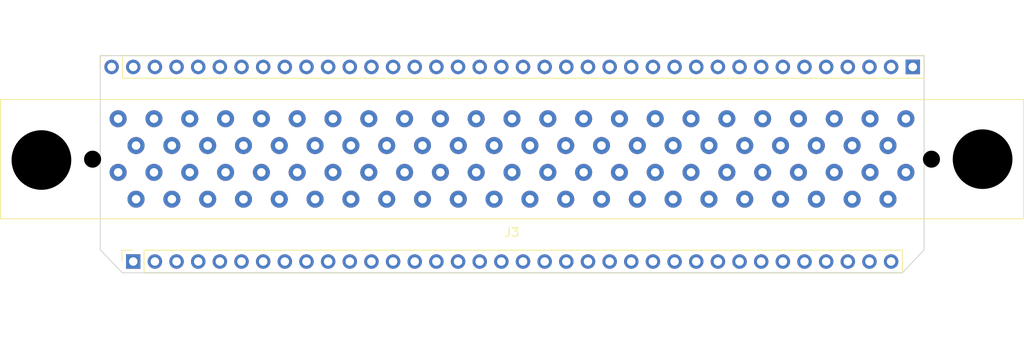
<source format=kicad_pcb>
(kicad_pcb (version 20221018) (generator pcbnew)
  (title_block (title "OSCR CASIO LOOPY ADAPTER") (date "2023-06-14") (rev "V1"))
  (layers (0 "F.Cu" signal) (31 "B.Cu" signal) (34 "B.Paste" user) (35 "F.Paste" user) (36 "B.SilkS" user "B.Silkscreen") (37 "F.SilkS" user "F.Silkscreen") (38 "B.Mask" user) (39 "F.Mask" user) (44 "Edge.Cuts" user))
  (net 0 "")
  (net 1 "D30")
  (net 2 "D31")
  (net 3 "D28")
  (net 4 "D29")
  (net 5 "D26")
  (net 6 "D27")
  (net 7 "D24")
  (net 8 "D25")
  (net 9 "D22")
  (net 10 "D23")
  (net 11 "+5V")
  (net 14 "D17")
  (net 15 "D14")
  (net 16 "D15")
  (net 19 "D8")
  (net 20 "D9")
  (net 21 "D6")
  (net 22 "D7")
  (net 23 "D4")
  (net 25 "D2")
  (net 26 "D3")
  (net 30 "GND")
  (net 31 "D46")
  (net 32 "D47")
  (net 33 "D44")
  (net 34 "D45")
  (net 35 "D42")
  (net 36 "D43")
  (net 37 "D40")
  (net 38 "D41")
  (net 40 "D36")
  (net 41 "D37")
  (net 42 "D34")
  (net 43 "D32")
  (net 44 "D33")
  (net 45 "A14")
  (net 46 "A15")
  (net 47 "A12")
  (net 48 "A13")
  (net 49 "A10")
  (net 50 "A11")
  (net 51 "A8")
  (net 52 "A9")
  (net 53 "A6")
  (net 54 "A7")
  (net 55 "A4")
  (net 56 "A5")
  (net 57 "A2")
  (net 58 "A3")
  (net 59 "A0")
  (net 60 "A1")
  (net 61 "D35")
  (net 66 "D49")
  (net 67 "D48")
  (net 68 "CLK2")
  (net 69 "CLK1")
  (net 70 "CLK0")
  (footprint "Connector_PinSocket_2.54mm:PinSocket_1x36_P2.54mm_Vertical" (layer "F.Cu") (at 105.1 104.255 90)
    (fp_text reference "J2")
    (fp_text value "CART SLOT BOTTOM ROW")
    (fp_line (start -1.33 1.27) (end -1.33 90.23) (stroke (width 0.12)) (layer "F.SilkS"))
    (fp_line (start -1.33 1.27) (end 1.33 1.27) (stroke (width 0.12)) (layer "F.SilkS"))
    (fp_line (start -1.33 90.23) (end 1.33 90.23) (stroke (width 0.12)) (layer "F.SilkS"))
    (fp_line (start 0 -1.33) (end 1.33 -1.33) (stroke (width 0.12)) (layer "F.SilkS"))
    (fp_line (start 1.33 -1.33) (end 1.33 0) (stroke (width 0.12)) (layer "F.SilkS"))
    (fp_line (start 1.33 1.27) (end 1.33 90.23) (stroke (width 0.12)) (layer "F.SilkS"))
    (pad "1" thru_hole rect (at 0 0 90) (size 1.7 1.7) (drill 1) (layers "*.Cu" "*.Mask") (net 30 "GND"))
    (pad "2" thru_hole oval (at 0 2.54 90) (size 1.7 1.7) (drill 1) (layers "*.Cu" "*.Mask"))
    (pad "3" thru_hole oval (at 0 5.08 90) (size 1.7 1.7) (drill 1) (layers "*.Cu" "*.Mask"))
    (pad "4" thru_hole oval (at 0 7.62 90) (size 1.7 1.7) (drill 1) (layers "*.Cu" "*.Mask"))
    (pad "5" thru_hole oval (at 0 10.16 90) (size 1.7 1.7) (drill 1) (layers "*.Cu" "*.Mask") (net 25 "D2"))
    (pad "6" thru_hole oval (at 0 12.7 90) (size 1.7 1.7) (drill 1) (layers "*.Cu" "*.Mask") (net 26 "D3"))
    (pad "7" thru_hole oval (at 0 15.24 90) (size 1.7 1.7) (drill 1) (layers "*.Cu" "*.Mask") (net 38 "D41"))
    (pad "8" thru_hole oval (at 0 17.78 90) (size 1.7 1.7) (drill 1) (layers "*.Cu" "*.Mask") (net 37 "D40"))
    (pad "9" thru_hole oval (at 0 20.32 90) (size 1.7 1.7) (drill 1) (layers "*.Cu" "*.Mask") (net 23 "D4"))
    (pad "10" thru_hole oval (at 0 22.86 90) (size 1.7 1.7) (drill 1) (layers "*.Cu" "*.Mask") (net 16 "D15"))
    (pad "11" thru_hole oval (at 0 25.4 90) (size 1.7 1.7) (drill 1) (layers "*.Cu" "*.Mask") (net 15 "D14"))
    (pad "12" thru_hole oval (at 0 27.94 90) (size 1.7 1.7) (drill 1) (layers "*.Cu" "*.Mask") (net 9 "D22"))
    (pad "13" thru_hole oval (at 0 30.48 90) (size 1.7 1.7) (drill 1) (layers "*.Cu" "*.Mask") (net 10 "D23"))
    (pad "14" thru_hole oval (at 0 33.02 90) (size 1.7 1.7) (drill 1) (layers "*.Cu" "*.Mask") (net 7 "D24"))
    (pad "15" thru_hole oval (at 0 35.56 90) (size 1.7 1.7) (drill 1) (layers "*.Cu" "*.Mask") (net 8 "D25"))
    (pad "16" thru_hole oval (at 0 38.1 90) (size 1.7 1.7) (drill 1) (layers "*.Cu" "*.Mask") (net 5 "D26"))
    (pad "17" thru_hole oval (at 0 40.64 90) (size 1.7 1.7) (drill 1) (layers "*.Cu" "*.Mask") (net 6 "D27"))
    (pad "18" thru_hole oval (at 0 43.18 90) (size 1.7 1.7) (drill 1) (layers "*.Cu" "*.Mask") (net 3 "D28"))
    (pad "19" thru_hole oval (at 0 45.72 90) (size 1.7 1.7) (drill 1) (layers "*.Cu" "*.Mask") (net 4 "D29"))
    (pad "20" thru_hole oval (at 0 48.26 90) (size 1.7 1.7) (drill 1) (layers "*.Cu" "*.Mask") (net 66 "D49"))
    (pad "21" thru_hole oval (at 0 50.8 90) (size 1.7 1.7) (drill 1) (layers "*.Cu" "*.Mask") (net 67 "D48"))
    (pad "22" thru_hole oval (at 0 53.34 90) (size 1.7 1.7) (drill 1) (layers "*.Cu" "*.Mask") (net 32 "D47"))
    (pad "23" thru_hole oval (at 0 55.88 90) (size 1.7 1.7) (drill 1) (layers "*.Cu" "*.Mask") (net 31 "D46"))
    (pad "24" thru_hole oval (at 0 58.42 90) (size 1.7 1.7) (drill 1) (layers "*.Cu" "*.Mask") (net 34 "D45"))
    (pad "25" thru_hole oval (at 0 60.96 90) (size 1.7 1.7) (drill 1) (layers "*.Cu" "*.Mask") (net 33 "D44"))
    (pad "26" thru_hole oval (at 0 63.5 90) (size 1.7 1.7) (drill 1) (layers "*.Cu" "*.Mask") (net 36 "D43"))
    (pad "27" thru_hole oval (at 0 66.04 90) (size 1.7 1.7) (drill 1) (layers "*.Cu" "*.Mask") (net 35 "D42"))
    (pad "28" thru_hole oval (at 0 68.58 90) (size 1.7 1.7) (drill 1) (layers "*.Cu" "*.Mask"))
    (pad "29" thru_hole oval (at 0 71.12 90) (size 1.7 1.7) (drill 1) (layers "*.Cu" "*.Mask"))
    (pad "30" thru_hole oval (at 0 73.66 90) (size 1.7 1.7) (drill 1) (layers "*.Cu" "*.Mask") (net 68 "CLK2"))
    (pad "31" thru_hole oval (at 0 76.2 90) (size 1.7 1.7) (drill 1) (layers "*.Cu" "*.Mask") (net 69 "CLK1"))
    (pad "32" thru_hole oval (at 0 78.74 90) (size 1.7 1.7) (drill 1) (layers "*.Cu" "*.Mask") (net 70 "CLK0"))
    (pad "33" thru_hole oval (at 0 81.28 90) (size 1.7 1.7) (drill 1) (layers "*.Cu" "*.Mask"))
    (pad "34" thru_hole oval (at 0 83.82 90) (size 1.7 1.7) (drill 1) (layers "*.Cu" "*.Mask"))
    (pad "35" thru_hole oval (at 0 86.36 90) (size 1.7 1.7) (drill 1) (layers "*.Cu" "*.Mask"))
    (pad "36" thru_hole oval (at 0 88.9 90) (size 1.7 1.7) (drill 1) (layers "*.Cu" "*.Mask") (net 11 "+5V"))
  )
  (footprint "Connector_PinSocket_2.54mm:PinSocket_1x38_P2.54mm_Vertical" (layer "F.Cu") (at 102.56 81.395 90)
    (fp_text reference "J1")
    (fp_text value "CART SLOT TOP ROW")
    (fp_line (start -1.33 1.27) (end -1.33 95.31) (stroke (width 0.12)) (layer "F.SilkS"))
    (fp_line (start -1.33 1.27) (end 1.33 1.27) (stroke (width 0.12)) (layer "F.SilkS"))
    (fp_line (start -1.33 95.31) (end 1.33 95.31) (stroke (width 0.12)) (layer "F.SilkS"))
    (fp_line (start 0 -1.33) (end 1.33 -1.33) (stroke (width 0.12)) (layer "F.SilkS"))
    (fp_line (start 1.33 -1.33) (end 1.33 0) (stroke (width 0.12)) (layer "F.SilkS"))
    (fp_line (start 1.33 1.27) (end 1.33 95.31) (stroke (width 0.12)) (layer "F.SilkS"))
    (pad "1" thru_hole circle (at 0 0 90) (size 1.7 1.7) (drill 1) (layers "*.Cu" "*.Mask") (net 11 "+5V"))
    (pad "2" thru_hole oval (at 0 2.54 90) (size 1.7 1.7) (drill 1) (layers "*.Cu" "*.Mask"))
    (pad "3" thru_hole oval (at 0 5.08 90) (size 1.7 1.7) (drill 1) (layers "*.Cu" "*.Mask") (net 11 "+5V"))
    (pad "4" thru_hole oval (at 0 7.62 90) (size 1.7 1.7) (drill 1) (layers "*.Cu" "*.Mask") (net 59 "A0"))
    (pad "5" thru_hole oval (at 0 10.16 90) (size 1.7 1.7) (drill 1) (layers "*.Cu" "*.Mask") (net 60 "A1"))
    (pad "6" thru_hole oval (at 0 12.7 90) (size 1.7 1.7) (drill 1) (layers "*.Cu" "*.Mask") (net 57 "A2"))
    (pad "7" thru_hole oval (at 0 15.24 90) (size 1.7 1.7) (drill 1) (layers "*.Cu" "*.Mask") (net 58 "A3"))
    (pad "8" thru_hole oval (at 0 17.78 90) (size 1.7 1.7) (drill 1) (layers "*.Cu" "*.Mask") (net 55 "A4"))
    (pad "9" thru_hole oval (at 0 20.32 90) (size 1.7 1.7) (drill 1) (layers "*.Cu" "*.Mask") (net 56 "A5"))
    (pad "10" thru_hole oval (at 0 22.86 90) (size 1.7 1.7) (drill 1) (layers "*.Cu" "*.Mask") (net 53 "A6"))
    (pad "11" thru_hole oval (at 0 25.4 90) (size 1.7 1.7) (drill 1) (layers "*.Cu" "*.Mask") (net 54 "A7"))
    (pad "12" thru_hole oval (at 0 27.94 90) (size 1.7 1.7) (drill 1) (layers "*.Cu" "*.Mask") (net 51 "A8"))
    (pad "13" thru_hole oval (at 0 30.48 90) (size 1.7 1.7) (drill 1) (layers "*.Cu" "*.Mask") (net 52 "A9"))
    (pad "14" thru_hole oval (at 0 33.02 90) (size 1.7 1.7) (drill 1) (layers "*.Cu" "*.Mask") (net 49 "A10"))
    (pad "15" thru_hole oval (at 0 35.56 90) (size 1.7 1.7) (drill 1) (layers "*.Cu" "*.Mask") (net 50 "A11"))
    (pad "16" thru_hole oval (at 0 38.1 90) (size 1.7 1.7) (drill 1) (layers "*.Cu" "*.Mask") (net 47 "A12"))
    (pad "17" thru_hole oval (at 0 40.64 90) (size 1.7 1.7) (drill 1) (layers "*.Cu" "*.Mask") (net 48 "A13"))
    (pad "18" thru_hole oval (at 0 43.18 90) (size 1.7 1.7) (drill 1) (layers "*.Cu" "*.Mask") (net 45 "A14"))
    (pad "19" thru_hole oval (at 0 45.72 90) (size 1.7 1.7) (drill 1) (layers "*.Cu" "*.Mask") (net 46 "A15"))
    (pad "20" thru_hole oval (at 0 48.26 90) (size 1.7 1.7) (drill 1) (layers "*.Cu" "*.Mask") (net 41 "D37"))
    (pad "21" thru_hole oval (at 0 50.8 90) (size 1.7 1.7) (drill 1) (layers "*.Cu" "*.Mask") (net 40 "D36"))
    (pad "22" thru_hole oval (at 0 53.34 90) (size 1.7 1.7) (drill 1) (layers "*.Cu" "*.Mask") (net 61 "D35"))
    (pad "23" thru_hole oval (at 0 55.88 90) (size 1.7 1.7) (drill 1) (layers "*.Cu" "*.Mask") (net 42 "D34"))
    (pad "24" thru_hole oval (at 0 58.42 90) (size 1.7 1.7) (drill 1) (layers "*.Cu" "*.Mask") (net 44 "D33"))
    (pad "25" thru_hole oval (at 0 60.96 90) (size 1.7 1.7) (drill 1) (layers "*.Cu" "*.Mask") (net 43 "D32"))
    (pad "26" thru_hole oval (at 0 63.5 90) (size 1.7 1.7) (drill 1) (layers "*.Cu" "*.Mask") (net 2 "D31"))
    (pad "27" thru_hole oval (at 0 66.04 90) (size 1.7 1.7) (drill 1) (layers "*.Cu" "*.Mask") (net 1 "D30"))
    (pad "28" thru_hole oval (at 0 68.58 90) (size 1.7 1.7) (drill 1) (layers "*.Cu" "*.Mask") (net 14 "D17"))
    (pad "29" thru_hole oval (at 0 71.12 90) (size 1.7 1.7) (drill 1) (layers "*.Cu" "*.Mask"))
    (pad "30" thru_hole oval (at 0 73.66 90) (size 1.7 1.7) (drill 1) (layers "*.Cu" "*.Mask") (net 21 "D6"))
    (pad "31" thru_hole oval (at 0 76.2 90) (size 1.7 1.7) (drill 1) (layers "*.Cu" "*.Mask") (net 22 "D7"))
    (pad "32" thru_hole oval (at 0 78.74 90) (size 1.7 1.7) (drill 1) (layers "*.Cu" "*.Mask") (net 19 "D8"))
    (pad "33" thru_hole oval (at 0 81.28 90) (size 1.7 1.7) (drill 1) (layers "*.Cu" "*.Mask") (net 20 "D9"))
    (pad "34" thru_hole oval (at 0 83.82 90) (size 1.7 1.7) (drill 1) (layers "*.Cu" "*.Mask"))
    (pad "35" thru_hole oval (at 0 86.36 90) (size 1.7 1.7) (drill 1) (layers "*.Cu" "*.Mask"))
    (pad "36" thru_hole oval (at 0 88.9 90) (size 1.7 1.7) (drill 1) (layers "*.Cu" "*.Mask"))
    (pad "37" thru_hole oval (at 0 91.44 90) (size 1.7 1.7) (drill 1) (layers "*.Cu" "*.Mask"))
    (pad "38" thru_hole rect (at 0 93.98 90) (size 1.7 1.7) (drill 1) (layers "*.Cu" "*.Mask") (net 30 "GND"))
  )
  (footprint "OSCR:Loopy_Slot" (layer "F.Cu") (at 149.53 92.23 180)
    (fp_text reference "J3" (at 0 -8.6) (layer "F.SilkS"))
    (fp_text value "Loopy_Slot")
    (fp_rect (start -60 -7) (end 60 7) (stroke (width 0.12)) (fill none) (layer "F.SilkS"))
    (pad "" np_thru_hole oval (at -55.2 0 180) (size 8 8) (drill 7) (layers "*.Mask"))
    (pad "" np_thru_hole oval (at -49.2 0 180) (size 3 3) (drill 2) (layers "*.Mask"))
    (pad "" np_thru_hole oval (at 49.2 0 180) (size 3 3) (drill 2) (layers "*.Mask"))
    (pad "" np_thru_hole oval (at 55.2 -0.1 180) (size 8 8) (drill 7) (layers "*.Mask"))
    (pad "1" thru_hole oval (at 46.2 -1.55 180) (size 2 2) (drill 1) (layers "*.Cu" "*.Mask"))
    (pad "2" thru_hole oval (at 44.1 -4.7 180) (size 2 2) (drill 1) (layers "*.Cu" "*.Mask"))
    (pad "3" thru_hole oval (at 42 -1.55 180) (size 2 2) (drill 1) (layers "*.Cu" "*.Mask"))
    (pad "4" thru_hole oval (at 39.9 -4.7 180) (size 2 2) (drill 1) (layers "*.Cu" "*.Mask"))
    (pad "5" thru_hole oval (at 37.8 -1.55 180) (size 2 2) (drill 1) (layers "*.Cu" "*.Mask"))
    (pad "6" thru_hole oval (at 35.7 -4.7 180) (size 2 2) (drill 1) (layers "*.Cu" "*.Mask"))
    (pad "7" thru_hole oval (at 33.6 -1.55 180) (size 2 2) (drill 1) (layers "*.Cu" "*.Mask"))
    (pad "8" thru_hole oval (at 31.5 -4.7 180) (size 2 2) (drill 1) (layers "*.Cu" "*.Mask"))
    (pad "9" thru_hole oval (at 29.4 -1.55 180) (size 2 2) (drill 1) (layers "*.Cu" "*.Mask"))
    (pad "10" thru_hole oval (at 27.3 -4.7 180) (size 2 2) (drill 1) (layers "*.Cu" "*.Mask"))
    (pad "11" thru_hole oval (at 25.2 -1.55 180) (size 2 2) (drill 1) (layers "*.Cu" "*.Mask"))
    (pad "12" thru_hole oval (at 23.1 -4.7 180) (size 2 2) (drill 1) (layers "*.Cu" "*.Mask"))
    (pad "13" thru_hole oval (at 21 -1.55 180) (size 2 2) (drill 1) (layers "*.Cu" "*.Mask"))
    (pad "14" thru_hole oval (at 18.9 -4.7 180) (size 2 2) (drill 1) (layers "*.Cu" "*.Mask"))
    (pad "15" thru_hole oval (at 16.8 -1.55 180) (size 2 2) (drill 1) (layers "*.Cu" "*.Mask"))
    (pad "16" thru_hole oval (at 14.7 -4.7 180) (size 2 2) (drill 1) (layers "*.Cu" "*.Mask"))
    (pad "17" thru_hole oval (at 12.6 -1.55 180) (size 2 2) (drill 1) (layers "*.Cu" "*.Mask"))
    (pad "18" thru_hole oval (at 10.5 -4.7 180) (size 2 2) (drill 1) (layers "*.Cu" "*.Mask"))
    (pad "19" thru_hole oval (at 8.4 -1.55 180) (size 2 2) (drill 1) (layers "*.Cu" "*.Mask"))
    (pad "20" thru_hole oval (at 6.3 -4.7 180) (size 2 2) (drill 1) (layers "*.Cu" "*.Mask"))
    (pad "21" thru_hole oval (at 4.2 -1.55 180) (size 2 2) (drill 1) (layers "*.Cu" "*.Mask"))
    (pad "22" thru_hole oval (at 2.1 -4.7 180) (size 2 2) (drill 1) (layers "*.Cu" "*.Mask"))
    (pad "23" thru_hole oval (at 0 -1.55 180) (size 2 2) (drill 1) (layers "*.Cu" "*.Mask"))
    (pad "24" thru_hole oval (at -2.1 -4.7 180) (size 2 2) (drill 1) (layers "*.Cu" "*.Mask"))
    (pad "25" thru_hole oval (at -4.2 -1.55 180) (size 2 2) (drill 1) (layers "*.Cu" "*.Mask"))
    (pad "26" thru_hole oval (at -6.3 -4.7 180) (size 2 2) (drill 1) (layers "*.Cu" "*.Mask"))
    (pad "27" thru_hole oval (at -8.4 -1.55 180) (size 2 2) (drill 1) (layers "*.Cu" "*.Mask"))
    (pad "28" thru_hole oval (at -10.5 -4.7 180) (size 2 2) (drill 1) (layers "*.Cu" "*.Mask"))
    (pad "29" thru_hole oval (at -12.6 -1.55 180) (size 2 2) (drill 1) (layers "*.Cu" "*.Mask"))
    (pad "30" thru_hole oval (at -14.7 -4.7 180) (size 2 2) (drill 1) (layers "*.Cu" "*.Mask"))
    (pad "31" thru_hole oval (at -16.8 -1.55 180) (size 2 2) (drill 1) (layers "*.Cu" "*.Mask"))
    (pad "32" thru_hole oval (at -18.9 -4.7 180) (size 2 2) (drill 1) (layers "*.Cu" "*.Mask"))
    (pad "33" thru_hole oval (at -21 -1.55 180) (size 2 2) (drill 1) (layers "*.Cu" "*.Mask"))
    (pad "34" thru_hole oval (at -23.1 -4.7 180) (size 2 2) (drill 1) (layers "*.Cu" "*.Mask"))
    (pad "35" thru_hole oval (at -25.2 -1.55 180) (size 2 2) (drill 1) (layers "*.Cu" "*.Mask"))
    (pad "36" thru_hole oval (at -27.3 -4.7 180) (size 2 2) (drill 1) (layers "*.Cu" "*.Mask"))
    (pad "37" thru_hole oval (at -29.4 -1.55 180) (size 2 2) (drill 1) (layers "*.Cu" "*.Mask"))
    (pad "38" thru_hole oval (at -31.5 -4.7 180) (size 2 2) (drill 1) (layers "*.Cu" "*.Mask"))
    (pad "39" thru_hole oval (at -33.6 -1.55 180) (size 2 2) (drill 1) (layers "*.Cu" "*.Mask"))
    (pad "40" thru_hole oval (at -35.7 -4.7 180) (size 2 2) (drill 1) (layers "*.Cu" "*.Mask"))
    (pad "41" thru_hole oval (at -37.8 -1.55 180) (size 2 2) (drill 1) (layers "*.Cu" "*.Mask"))
    (pad "42" thru_hole oval (at -39.9 -4.7 180) (size 2 2) (drill 1) (layers "*.Cu" "*.Mask"))
    (pad "43" thru_hole oval (at -42 -1.55 180) (size 2 2) (drill 1) (layers "*.Cu" "*.Mask"))
    (pad "44" thru_hole oval (at -44.1 -4.7 180) (size 2 2) (drill 1) (layers "*.Cu" "*.Mask"))
    (pad "45" thru_hole oval (at -46.2 -1.55 180) (size 2 2) (drill 1) (layers "*.Cu" "*.Mask"))
    (pad "46" thru_hole oval (at 46.2 4.75 180) (size 2 2) (drill 1) (layers "*.Cu" "*.Mask"))
    (pad "47" thru_hole oval (at 44.1 1.6 180) (size 2 2) (drill 1) (layers "*.Cu" "*.Mask"))
    (pad "48" thru_hole oval (at 42 4.75 180) (size 2 2) (drill 1) (layers "*.Cu" "*.Mask"))
    (pad "49" thru_hole oval (at 39.9 1.6 180) (size 2 2) (drill 1) (layers "*.Cu" "*.Mask"))
    (pad "50" thru_hole oval (at 37.8 4.75 180) (size 2 2) (drill 1) (layers "*.Cu" "*.Mask"))
    (pad "51" thru_hole oval (at 35.7 1.6 180) (size 2 2) (drill 1) (layers "*.Cu" "*.Mask"))
    (pad "52" thru_hole oval (at 33.6 4.75 180) (size 2 2) (drill 1) (layers "*.Cu" "*.Mask"))
    (pad "53" thru_hole oval (at 31.5 1.6 180) (size 2 2) (drill 1) (layers "*.Cu" "*.Mask"))
    (pad "54" thru_hole oval (at 29.4 4.75 180) (size 2 2) (drill 1) (layers "*.Cu" "*.Mask"))
    (pad "55" thru_hole oval (at 27.3 1.6 180) (size 2 2) (drill 1) (layers "*.Cu" "*.Mask"))
    (pad "56" thru_hole oval (at 25.2 4.75 180) (size 2 2) (drill 1) (layers "*.Cu" "*.Mask"))
    (pad "57" thru_hole oval (at 23.1 1.6 180) (size 2 2) (drill 1) (layers "*.Cu" "*.Mask"))
    (pad "58" thru_hole oval (at 21 4.75 180) (size 2 2) (drill 1) (layers "*.Cu" "*.Mask"))
    (pad "59" thru_hole oval (at 18.9 1.6 180) (size 2 2) (drill 1) (layers "*.Cu" "*.Mask"))
    (pad "60" thru_hole oval (at 16.8 4.75 180) (size 2 2) (drill 1) (layers "*.Cu" "*.Mask"))
    (pad "61" thru_hole oval (at 14.7 1.6 180) (size 2 2) (drill 1) (layers "*.Cu" "*.Mask"))
    (pad "62" thru_hole oval (at 12.6 4.75 180) (size 2 2) (drill 1) (layers "*.Cu" "*.Mask"))
    (pad "63" thru_hole oval (at 10.5 1.6 180) (size 2 2) (drill 1) (layers "*.Cu" "*.Mask"))
    (pad "64" thru_hole oval (at 8.4 4.75 180) (size 2 2) (drill 1) (layers "*.Cu" "*.Mask"))
    (pad "65" thru_hole oval (at 6.3 1.6 180) (size 2 2) (drill 1) (layers "*.Cu" "*.Mask"))
    (pad "66" thru_hole oval (at 4.2 4.75 180) (size 2 2) (drill 1) (layers "*.Cu" "*.Mask"))
    (pad "67" thru_hole oval (at 2.1 1.6 180) (size 2 2) (drill 1) (layers "*.Cu" "*.Mask"))
    (pad "68" thru_hole oval (at 0 4.75 180) (size 2 2) (drill 1) (layers "*.Cu" "*.Mask"))
    (pad "69" thru_hole oval (at -2.1 1.6 180) (size 2 2) (drill 1) (layers "*.Cu" "*.Mask"))
    (pad "70" thru_hole oval (at -4.2 4.75 180) (size 2 2) (drill 1) (layers "*.Cu" "*.Mask"))
    (pad "71" thru_hole oval (at -6.3 1.6 180) (size 2 2) (drill 1) (layers "*.Cu" "*.Mask"))
    (pad "72" thru_hole oval (at -8.4 4.75 180) (size 2 2) (drill 1) (layers "*.Cu" "*.Mask"))
    (pad "73" thru_hole oval (at -10.5 1.6 180) (size 2 2) (drill 1) (layers "*.Cu" "*.Mask"))
    (pad "74" thru_hole oval (at -12.6 4.75 180) (size 2 2) (drill 1) (layers "*.Cu" "*.Mask"))
    (pad "75" thru_hole oval (at -14.7 1.6 180) (size 2 2) (drill 1) (layers "*.Cu" "*.Mask"))
    (pad "76" thru_hole oval (at -16.8 4.75 180) (size 2 2) (drill 1) (layers "*.Cu" "*.Mask"))
    (pad "77" thru_hole oval (at -18.9 1.6 180) (size 2 2) (drill 1) (layers "*.Cu" "*.Mask"))
    (pad "78" thru_hole oval (at -21 4.75 180) (size 2 2) (drill 1) (layers "*.Cu" "*.Mask"))
    (pad "79" thru_hole oval (at -23.1 1.6 180) (size 2 2) (drill 1) (layers "*.Cu" "*.Mask"))
    (pad "80" thru_hole oval (at -25.2 4.75 180) (size 2 2) (drill 1) (layers "*.Cu" "*.Mask"))
    (pad "81" thru_hole oval (at -27.3 1.6 180) (size 2 2) (drill 1) (layers "*.Cu" "*.Mask"))
    (pad "82" thru_hole oval (at -29.4 4.75 180) (size 2 2) (drill 1) (layers "*.Cu" "*.Mask"))
    (pad "83" thru_hole oval (at -31.5 1.6 180) (size 2 2) (drill 1) (layers "*.Cu" "*.Mask"))
    (pad "84" thru_hole oval (at -33.6 4.75 180) (size 2 2) (drill 1) (layers "*.Cu" "*.Mask"))
    (pad "85" thru_hole oval (at -35.7 1.6 180) (size 2 2) (drill 1) (layers "*.Cu" "*.Mask"))
    (pad "86" thru_hole oval (at -37.8 4.75 180) (size 2 2) (drill 1) (layers "*.Cu" "*.Mask"))
    (pad "87" thru_hole oval (at -39.9 1.6 180) (size 2 2) (drill 1) (layers "*.Cu" "*.Mask"))
    (pad "88" thru_hole oval (at -42 4.75 180) (size 2 2) (drill 1) (layers "*.Cu" "*.Mask"))
    (pad "89" thru_hole oval (at -44.1 1.6 180) (size 2 2) (drill 1) (layers "*.Cu" "*.Mask"))
    (pad "90" thru_hole oval (at -46.2 4.75 180) (size 2 2) (drill 1) (layers "*.Cu" "*.Mask"))
  )
  (gr_line (start 101.23 80.07) (end 101.23 102.88) (stroke (width 0.1)) (layer "Edge.Cuts"))
  (gr_line (start 197.87 80.07) (end 101.23 80.07) (stroke (width 0.1)) (layer "Edge.Cuts"))
  (gr_line (start 195.33 105.58) (end 197.87 102.88) (stroke (width 0.1)) (layer "Edge.Cuts"))
  (gr_line (start 103.83 105.58) (end 195.33 105.58) (stroke (width 0.1)) (layer "Edge.Cuts"))
  (gr_line (start 197.87 102.88) (end 197.87 80.07) (stroke (width 0.1)) (layer "Edge.Cuts"))
  (gr_line (start 101.23 102.88) (end 103.83 105.58) (stroke (width 0.1)) (layer "Edge.Cuts"))
)
</source>
